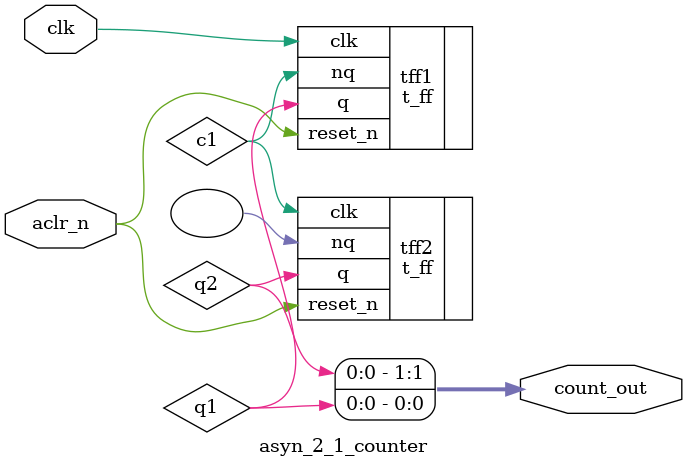
<source format=v>
`timescale 1ns / 1ps

module asyn_2_1_counter
(
    input clk,
    input aclr_n,
    output [1:0] count_out
);
    wire c1 ,q1, q2;
   t_ff tff1 
   (
    .clk(clk),
    .reset_n(aclr_n),
    .q(q1),
    .nq(c1)
   );
   
   t_ff tff2 
      (
       .clk(c1),
       .reset_n(aclr_n),
       .q(q2),
       .nq()
      );
      
    assign count_out = {q2,q1};
endmodule
</source>
